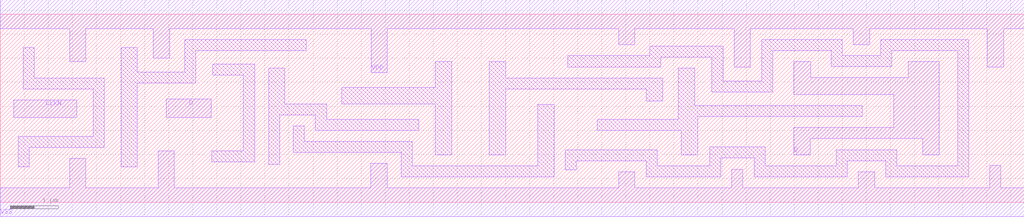
<source format=lef>
# Copyright 2022 GlobalFoundries PDK Authors
#
# Licensed under the Apache License, Version 2.0 (the "License");
# you may not use this file except in compliance with the License.
# You may obtain a copy of the License at
#
#      http://www.apache.org/licenses/LICENSE-2.0
#
# Unless required by applicable law or agreed to in writing, software
# distributed under the License is distributed on an "AS IS" BASIS,
# WITHOUT WARRANTIES OR CONDITIONS OF ANY KIND, either express or implied.
# See the License for the specific language governing permissions and
# limitations under the License.

MACRO gf180mcu_fd_sc_mcu7t5v0__dffnq_4
  CLASS core ;
  FOREIGN gf180mcu_fd_sc_mcu7t5v0__dffnq_4 0.0 0.0 ;
  ORIGIN 0 0 ;
  SYMMETRY X Y ;
  SITE GF018hv5v_mcu_sc7 ;
  SIZE 21.28 BY 3.92 ;
  PIN D
    DIRECTION INPUT ;
    ANTENNAGATEAREA 0.4635 ;
    PORT
      LAYER METAL1 ;
        POLYGON 3.45 1.77 4.39 1.77 4.39 2.15 3.45 2.15  ;
    END
  END D
  PIN CLKN
    DIRECTION INPUT ;
    USE clock ;
    ANTENNAGATEAREA 0.7115 ;
    PORT
      LAYER METAL1 ;
        POLYGON 0.28 1.77 1.59 1.77 1.59 2.13 0.28 2.13  ;
    END
  END CLKN
  PIN Q
    DIRECTION OUTPUT ;
    ANTENNADIFFAREA 3.5259 ;
    PORT
      LAYER METAL1 ;
        POLYGON 16.49 2.245 17.91 2.245 18.57 2.245 18.57 1.555 16.49 1.555 16.49 0.99 16.83 0.99 16.83 1.325 19.17 1.325 19.17 0.99 19.51 0.99 19.51 2.93 18.87 2.93 18.87 2.595 17.91 2.595 16.84 2.595 16.84 2.93 16.49 2.93  ;
    END
  END Q
  PIN VDD
    DIRECTION INOUT ;
    USE power ;
    SHAPE ABUTMENT ;
    PORT
      LAYER METAL1 ;
        POLYGON 0 3.62 1.44 3.62 1.44 2.93 1.78 2.93 1.78 3.62 2.165 3.62 3.18 3.62 3.18 3.005 3.52 3.005 3.52 3.62 6.355 3.62 7.705 3.62 7.705 2.7 8.045 2.7 8.045 3.62 9.38 3.62 12.85 3.62 12.85 3.28 13.19 3.28 13.19 3.62 15.25 3.62 15.25 2.815 15.59 2.815 15.59 3.62 17.73 3.62 17.73 3.285 18.07 3.285 18.07 3.62 20.13 3.62 20.51 3.62 20.51 2.815 20.85 2.815 20.85 3.62 21.28 3.62 21.28 4.22 20.13 4.22 9.38 4.22 6.355 4.22 2.165 4.22 0 4.22  ;
    END
  END VDD
  PIN VSS
    DIRECTION INOUT ;
    USE ground ;
    SHAPE ABUTMENT ;
    PORT
      LAYER METAL1 ;
        POLYGON 0 -0.3 21.28 -0.3 21.28 0.3 20.795 0.3 20.795 0.765 20.565 0.765 20.565 0.3 18.17 0.3 18.17 0.635 17.83 0.635 17.83 0.3 15.435 0.3 15.435 0.69 15.205 0.69 15.205 0.3 13.19 0.3 13.19 0.635 12.85 0.635 12.85 0.3 8.04 0.3 8.04 0.81 7.7 0.81 7.7 0.3 3.62 0.3 3.62 1.075 3.28 1.075 3.28 0.3 1.78 0.3 1.78 0.915 1.44 0.915 1.44 0.3 0 0.3  ;
    END
  END VSS
  OBS
      LAYER METAL1 ;
        POLYGON 0.475 2.36 1.935 2.36 1.935 1.375 0.375 1.375 0.375 0.735 0.605 0.735 0.605 1.145 2.165 1.145 2.165 2.59 0.705 2.59 0.705 3.225 0.475 3.225  ;
        POLYGON 4.42 2.645 5.055 2.645 5.055 1.075 4.4 1.075 4.4 0.845 5.29 0.845 5.29 2.875 4.42 2.875  ;
        POLYGON 2.515 0.735 2.845 0.735 2.845 2.48 4.06 2.48 4.06 3.16 6.355 3.16 6.355 3.39 3.83 3.39 3.83 2.71 2.845 2.71 2.845 3.225 2.515 3.225  ;
        POLYGON 5.575 0.79 5.805 0.79 5.805 1.82 6.55 1.82 6.55 1.5 8.7 1.5 8.7 1.73 6.78 1.73 6.78 2.05 5.915 2.05 5.915 2.795 5.575 2.795  ;
        POLYGON 7.095 2.05 9.04 2.05 9.04 0.99 9.38 0.99 9.38 2.93 9.04 2.93 9.04 2.39 7.095 2.39  ;
        POLYGON 6.09 1.04 8.33 1.04 8.33 0.53 11.51 0.53 11.51 2.04 11.17 2.04 11.17 0.76 8.56 0.76 8.56 1.27 6.32 1.27 6.32 1.59 6.09 1.59  ;
        POLYGON 10.16 0.99 10.5 0.99 10.5 2.355 13.43 2.355 13.43 2.105 13.77 2.105 13.77 2.585 10.5 2.585 10.5 2.93 10.16 2.93  ;
        POLYGON 12.41 1.495 14.15 1.495 14.15 0.99 14.49 0.99 14.49 1.785 17.91 1.785 17.91 2.015 14.43 2.015 14.43 2.795 14.09 2.795 14.09 1.73 12.41 1.73  ;
        POLYGON 11.79 2.815 13.73 2.815 13.73 3.025 14.79 3.025 14.79 2.295 16.055 2.295 16.055 3.16 17.27 3.16 17.27 2.825 18.53 2.825 18.53 3.16 19.9 3.16 19.9 0.76 18.63 0.76 18.63 1.095 17.37 1.095 17.37 0.76 15.895 0.76 15.895 1.15 14.745 1.15 14.745 0.76 13.65 0.76 13.65 1.095 11.745 1.095 11.745 0.675 11.975 0.675 11.975 0.865 13.42 0.865 13.42 0.53 14.975 0.53 14.975 0.92 15.665 0.92 15.665 0.53 17.6 0.53 17.6 0.865 18.4 0.865 18.4 0.53 20.13 0.53 20.13 3.39 18.3 3.39 18.3 3.055 17.5 3.055 17.5 3.39 15.825 3.39 15.825 2.525 15.02 2.525 15.02 3.255 13.5 3.255 13.5 3.05 11.79 3.05  ;
  END
END gf180mcu_fd_sc_mcu7t5v0__dffnq_4

</source>
